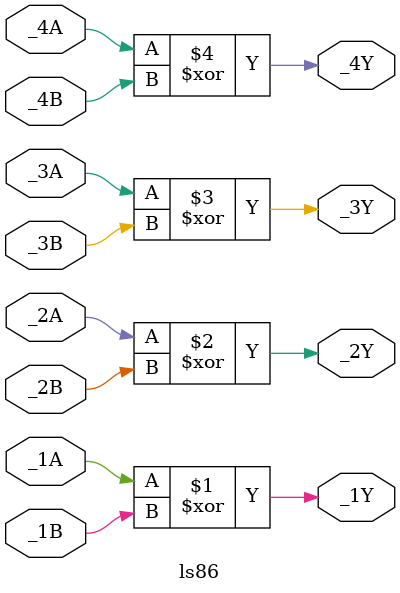
<source format=sv>
/*#########################################################################
#File Name:     ls86.sv
#Description:   SN74LS86 - Quadruple 2-Input Exclusive-OR Gates.
#               Boolean function xY = xA XOR xB or xY = x!A . xB + xA . x!B,
#				where x = gate number.             
#
#Date:          
#Programmer:    Jonathon McEllin, S00150412
#Version:       Rev. 1.00
#
#Notes:         
##########################################################################*/

module ls86(_1A, _1B, _1Y, _2A, _2B, _2Y, _3A, _3B, _3Y, _4A, _4B, _4Y);

	input wire _1A, _1B, _2A, _2B, _3A, _3B, _4A, _4B;
	output wire _1Y, _2Y, _3Y, _4Y;

	xor(_1Y, _1A, _1B);
	xor(_2Y, _2A, _2B);
	xor(_3Y, _3A, _3B);
	xor(_4Y, _4A, _4B);
	
endmodule

</source>
